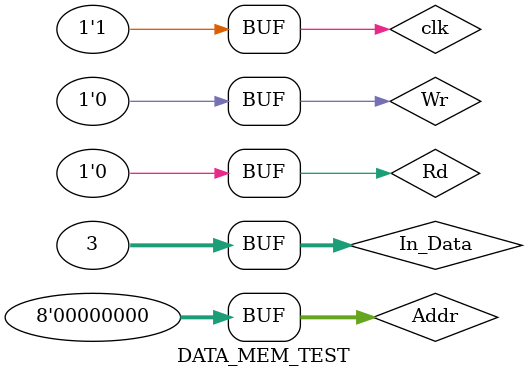
<source format=v>
`timescale 1ns / 1ps


module DATA_MEM_TEST;

	// Inputs
	reg [7:0] Addr;
	reg [31:0] In_Data;
	reg clk;
	reg Wr;
	reg Rd;

	// Outputs
	wire [31:0] Out_Data;
	wire [31:0] douta_wire;

	// Instantiate the Unit Under Test (UUT)
	DATA_MEM uut (
		.Addr(Addr), 
		.In_Data(In_Data), 
		.clk(clk), 
		.Wr(Wr), 
		.Rd(Rd), 
		.Out_Data(Out_Data), 
		.douta_wire(douta_wire)
	);

	initial begin
		// Initialize Inputs
		Addr = 0;
		In_Data = 0;
		clk = 0;
		Wr = 0;
		Rd = 0;

		// Wait 100 ns for global reset to finish
		#100;
      
		clk = ~clk; //pos
		#10 In_Data = 3;
		#10 clk = ~clk; //neg
		// Add stimulus here
		Wr = 1;
		#10 clk = ~clk; //pos
		#10 clk = ~clk;//neg
		#10 Wr = 0;
		#10 Rd = 1;
		clk = ~clk;//pos
		#10 clk = ~clk;
		#10 clk = ~clk;
		#10 Rd = 0;
		#10 clk = ~clk;
		#10 clk = ~clk;

	end
      
endmodule


</source>
